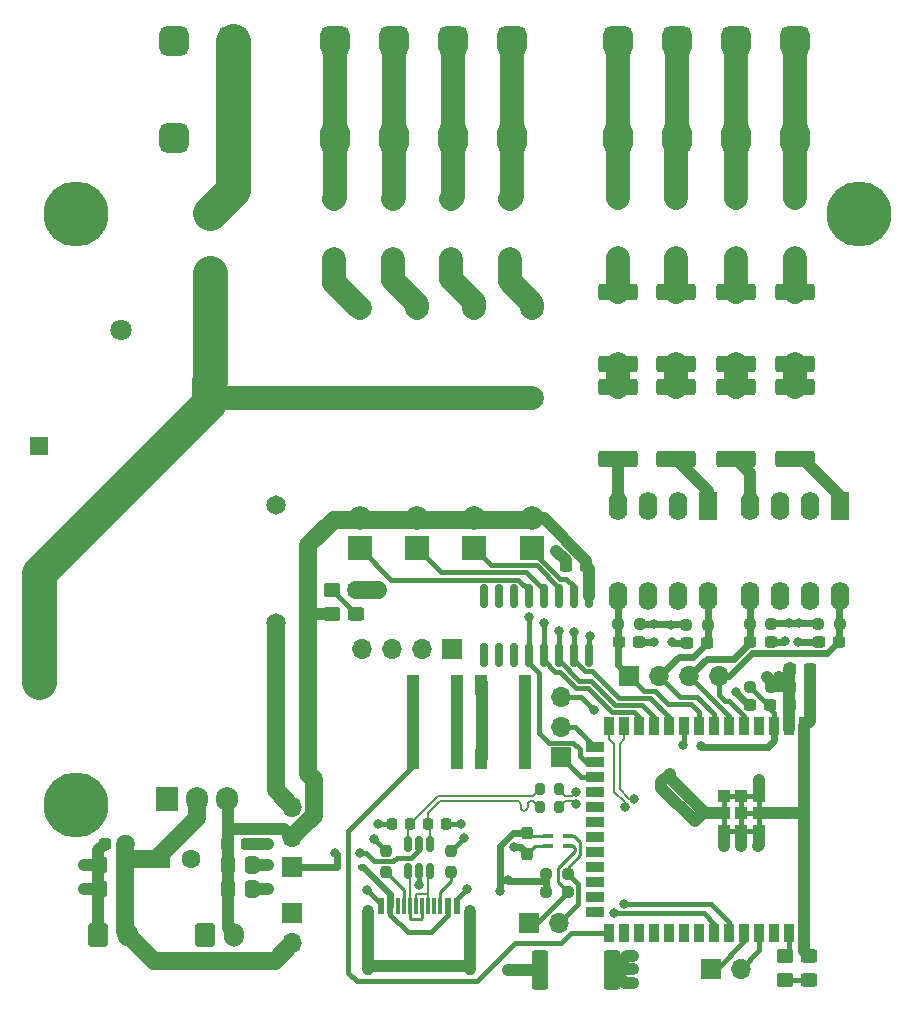
<source format=gtl>
G04 #@! TF.GenerationSoftware,KiCad,Pcbnew,(6.0.7)*
G04 #@! TF.CreationDate,2022-10-04T23:00:27+02:00*
G04 #@! TF.ProjectId,hamodule,68616d6f-6475-46c6-952e-6b696361645f,20221004.21*
G04 #@! TF.SameCoordinates,Original*
G04 #@! TF.FileFunction,Copper,L1,Top*
G04 #@! TF.FilePolarity,Positive*
%FSLAX46Y46*%
G04 Gerber Fmt 4.6, Leading zero omitted, Abs format (unit mm)*
G04 Created by KiCad (PCBNEW (6.0.7)) date 2022-10-04 23:00:27*
%MOMM*%
%LPD*%
G01*
G04 APERTURE LIST*
G04 Aperture macros list*
%AMRoundRect*
0 Rectangle with rounded corners*
0 $1 Rounding radius*
0 $2 $3 $4 $5 $6 $7 $8 $9 X,Y pos of 4 corners*
0 Add a 4 corners polygon primitive as box body*
4,1,4,$2,$3,$4,$5,$6,$7,$8,$9,$2,$3,0*
0 Add four circle primitives for the rounded corners*
1,1,$1+$1,$2,$3*
1,1,$1+$1,$4,$5*
1,1,$1+$1,$6,$7*
1,1,$1+$1,$8,$9*
0 Add four rect primitives between the rounded corners*
20,1,$1+$1,$2,$3,$4,$5,0*
20,1,$1+$1,$4,$5,$6,$7,0*
20,1,$1+$1,$6,$7,$8,$9,0*
20,1,$1+$1,$8,$9,$2,$3,0*%
G04 Aperture macros list end*
G04 #@! TA.AperFunction,SMDPad,CuDef*
%ADD10R,0.600000X0.450000*%
G04 #@! TD*
G04 #@! TA.AperFunction,ComponentPad*
%ADD11R,1.700000X1.700000*%
G04 #@! TD*
G04 #@! TA.AperFunction,ComponentPad*
%ADD12O,1.700000X1.700000*%
G04 #@! TD*
G04 #@! TA.AperFunction,ComponentPad*
%ADD13RoundRect,0.625000X0.625000X0.625000X-0.625000X0.625000X-0.625000X-0.625000X0.625000X-0.625000X0*%
G04 #@! TD*
G04 #@! TA.AperFunction,ComponentPad*
%ADD14RoundRect,0.250000X-0.600000X-0.750000X0.600000X-0.750000X0.600000X0.750000X-0.600000X0.750000X0*%
G04 #@! TD*
G04 #@! TA.AperFunction,ComponentPad*
%ADD15O,1.700000X2.000000*%
G04 #@! TD*
G04 #@! TA.AperFunction,SMDPad,CuDef*
%ADD16R,0.600000X1.450000*%
G04 #@! TD*
G04 #@! TA.AperFunction,SMDPad,CuDef*
%ADD17R,0.300000X1.450000*%
G04 #@! TD*
G04 #@! TA.AperFunction,ComponentPad*
%ADD18O,1.000000X2.100000*%
G04 #@! TD*
G04 #@! TA.AperFunction,ComponentPad*
%ADD19O,1.000000X1.600000*%
G04 #@! TD*
G04 #@! TA.AperFunction,SMDPad,CuDef*
%ADD20RoundRect,0.237500X-0.250000X-0.237500X0.250000X-0.237500X0.250000X0.237500X-0.250000X0.237500X0*%
G04 #@! TD*
G04 #@! TA.AperFunction,SMDPad,CuDef*
%ADD21RoundRect,0.249999X-0.450001X-1.425001X0.450001X-1.425001X0.450001X1.425001X-0.450001X1.425001X0*%
G04 #@! TD*
G04 #@! TA.AperFunction,SMDPad,CuDef*
%ADD22RoundRect,0.237500X0.237500X-0.250000X0.237500X0.250000X-0.237500X0.250000X-0.237500X-0.250000X0*%
G04 #@! TD*
G04 #@! TA.AperFunction,SMDPad,CuDef*
%ADD23RoundRect,0.200000X0.200000X0.275000X-0.200000X0.275000X-0.200000X-0.275000X0.200000X-0.275000X0*%
G04 #@! TD*
G04 #@! TA.AperFunction,SMDPad,CuDef*
%ADD24RoundRect,0.150000X0.150000X-0.512500X0.150000X0.512500X-0.150000X0.512500X-0.150000X-0.512500X0*%
G04 #@! TD*
G04 #@! TA.AperFunction,SMDPad,CuDef*
%ADD25RoundRect,0.150000X0.150000X-0.825000X0.150000X0.825000X-0.150000X0.825000X-0.150000X-0.825000X0*%
G04 #@! TD*
G04 #@! TA.AperFunction,SMDPad,CuDef*
%ADD26RoundRect,0.249999X-1.425001X0.450001X-1.425001X-0.450001X1.425001X-0.450001X1.425001X0.450001X0*%
G04 #@! TD*
G04 #@! TA.AperFunction,ComponentPad*
%ADD27C,1.800000*%
G04 #@! TD*
G04 #@! TA.AperFunction,SMDPad,CuDef*
%ADD28RoundRect,0.250000X-0.450000X0.325000X-0.450000X-0.325000X0.450000X-0.325000X0.450000X0.325000X0*%
G04 #@! TD*
G04 #@! TA.AperFunction,SMDPad,CuDef*
%ADD29RoundRect,0.250000X-0.450000X0.350000X-0.450000X-0.350000X0.450000X-0.350000X0.450000X0.350000X0*%
G04 #@! TD*
G04 #@! TA.AperFunction,SMDPad,CuDef*
%ADD30RoundRect,0.237500X0.300000X0.237500X-0.300000X0.237500X-0.300000X-0.237500X0.300000X-0.237500X0*%
G04 #@! TD*
G04 #@! TA.AperFunction,SMDPad,CuDef*
%ADD31RoundRect,0.250000X-0.337500X-0.475000X0.337500X-0.475000X0.337500X0.475000X-0.337500X0.475000X0*%
G04 #@! TD*
G04 #@! TA.AperFunction,ComponentPad*
%ADD32R,1.650000X1.650000*%
G04 #@! TD*
G04 #@! TA.AperFunction,ComponentPad*
%ADD33C,1.650000*%
G04 #@! TD*
G04 #@! TA.AperFunction,ComponentPad*
%ADD34R,1.905000X2.000000*%
G04 #@! TD*
G04 #@! TA.AperFunction,ComponentPad*
%ADD35O,1.905000X2.000000*%
G04 #@! TD*
G04 #@! TA.AperFunction,ComponentPad*
%ADD36C,2.000000*%
G04 #@! TD*
G04 #@! TA.AperFunction,ComponentPad*
%ADD37C,5.500000*%
G04 #@! TD*
G04 #@! TA.AperFunction,ComponentPad*
%ADD38O,1.600000X2.400000*%
G04 #@! TD*
G04 #@! TA.AperFunction,ComponentPad*
%ADD39R,1.600000X2.400000*%
G04 #@! TD*
G04 #@! TA.AperFunction,SMDPad,CuDef*
%ADD40RoundRect,0.237500X-0.300000X-0.237500X0.300000X-0.237500X0.300000X0.237500X-0.300000X0.237500X0*%
G04 #@! TD*
G04 #@! TA.AperFunction,SMDPad,CuDef*
%ADD41R,1.100000X1.800000*%
G04 #@! TD*
G04 #@! TA.AperFunction,SMDPad,CuDef*
%ADD42RoundRect,0.237500X-0.237500X0.300000X-0.237500X-0.300000X0.237500X-0.300000X0.237500X0.300000X0*%
G04 #@! TD*
G04 #@! TA.AperFunction,SMDPad,CuDef*
%ADD43RoundRect,0.225000X-0.225000X-0.250000X0.225000X-0.250000X0.225000X0.250000X-0.225000X0.250000X0*%
G04 #@! TD*
G04 #@! TA.AperFunction,SMDPad,CuDef*
%ADD44R,0.900000X1.500000*%
G04 #@! TD*
G04 #@! TA.AperFunction,SMDPad,CuDef*
%ADD45R,1.500000X0.900000*%
G04 #@! TD*
G04 #@! TA.AperFunction,SMDPad,CuDef*
%ADD46R,1.000000X1.000000*%
G04 #@! TD*
G04 #@! TA.AperFunction,SMDPad,CuDef*
%ADD47RoundRect,0.250000X0.337500X0.475000X-0.337500X0.475000X-0.337500X-0.475000X0.337500X-0.475000X0*%
G04 #@! TD*
G04 #@! TA.AperFunction,ComponentPad*
%ADD48R,2.000000X2.000000*%
G04 #@! TD*
G04 #@! TA.AperFunction,SMDPad,CuDef*
%ADD49R,0.820000X0.304800*%
G04 #@! TD*
G04 #@! TA.AperFunction,SMDPad,CuDef*
%ADD50R,0.820000X0.308800*%
G04 #@! TD*
G04 #@! TA.AperFunction,ComponentPad*
%ADD51R,1.600000X1.600000*%
G04 #@! TD*
G04 #@! TA.AperFunction,ComponentPad*
%ADD52C,1.600000*%
G04 #@! TD*
G04 #@! TA.AperFunction,SMDPad,CuDef*
%ADD53RoundRect,0.250000X0.450000X-0.350000X0.450000X0.350000X-0.450000X0.350000X-0.450000X-0.350000X0*%
G04 #@! TD*
G04 #@! TA.AperFunction,ViaPad*
%ADD54C,0.800000*%
G04 #@! TD*
G04 #@! TA.AperFunction,Conductor*
%ADD55C,0.400000*%
G04 #@! TD*
G04 #@! TA.AperFunction,Conductor*
%ADD56C,0.600000*%
G04 #@! TD*
G04 #@! TA.AperFunction,Conductor*
%ADD57C,3.000000*%
G04 #@! TD*
G04 #@! TA.AperFunction,Conductor*
%ADD58C,2.000000*%
G04 #@! TD*
G04 #@! TA.AperFunction,Conductor*
%ADD59C,1.500000*%
G04 #@! TD*
G04 #@! TA.AperFunction,Conductor*
%ADD60C,1.000000*%
G04 #@! TD*
G04 #@! TA.AperFunction,Conductor*
%ADD61C,0.250000*%
G04 #@! TD*
G04 #@! TA.AperFunction,Conductor*
%ADD62C,0.200000*%
G04 #@! TD*
G04 #@! TA.AperFunction,Conductor*
%ADD63C,0.350000*%
G04 #@! TD*
G04 APERTURE END LIST*
D10*
X62100000Y-104500000D03*
X60000000Y-104500000D03*
D11*
X76325000Y-109200000D03*
D12*
X78865000Y-109200000D03*
D13*
X51203100Y-42782099D03*
X51203100Y-34582100D03*
X46203100Y-42782099D03*
X46203100Y-34582100D03*
D14*
X39835000Y-110219000D03*
D15*
X42335000Y-110219000D03*
D11*
X79000000Y-95200000D03*
D12*
X79000000Y-92660000D03*
X79000000Y-90120000D03*
D16*
X63726000Y-107760900D03*
X64526000Y-107760900D03*
D17*
X65726000Y-107760900D03*
X66726000Y-107760900D03*
X67226000Y-107760900D03*
X68226000Y-107760900D03*
D16*
X69426000Y-107760900D03*
X70226000Y-107760900D03*
X70226000Y-107760900D03*
X69426000Y-107760900D03*
D17*
X68726000Y-107760900D03*
X67726000Y-107760900D03*
X66226000Y-107760900D03*
X65226000Y-107760900D03*
D16*
X64526000Y-107760900D03*
X63726000Y-107760900D03*
D18*
X71296000Y-108675900D03*
D19*
X62656000Y-112855900D03*
D18*
X62656000Y-108675900D03*
D19*
X71296000Y-112855900D03*
D11*
X69787000Y-85979000D03*
D12*
X67247000Y-85979000D03*
X64707000Y-85979000D03*
X62167000Y-85979000D03*
D13*
X74849500Y-42758500D03*
X74849500Y-34558501D03*
X69849500Y-42758500D03*
X69849500Y-34558501D03*
X64849500Y-42758500D03*
X64849500Y-34558501D03*
X59849500Y-42758500D03*
X59849500Y-34558501D03*
D20*
X77729100Y-106566600D03*
X79554100Y-106566600D03*
X77729100Y-105042600D03*
X79554100Y-105042600D03*
D21*
X77250000Y-113200000D03*
X83350000Y-113200000D03*
D22*
X64210000Y-104912500D03*
X64210000Y-103087500D03*
D23*
X78825000Y-99385000D03*
X77175000Y-99385000D03*
X77175000Y-97910000D03*
X78825000Y-97910000D03*
D20*
X94987600Y-83896200D03*
X96812600Y-83896200D03*
X100778800Y-83896200D03*
X102603800Y-83896200D03*
D24*
X66030000Y-104797500D03*
X66980000Y-104797500D03*
X67930000Y-104797500D03*
X67930000Y-102522500D03*
X66980000Y-102522500D03*
X66030000Y-102522500D03*
D25*
X72454000Y-86484000D03*
X73724000Y-86484000D03*
X74994000Y-86484000D03*
X76264000Y-86484000D03*
X77534000Y-86484000D03*
X78804000Y-86484000D03*
X80074000Y-86484000D03*
X81344000Y-86484000D03*
X81344000Y-81534000D03*
X80074000Y-81534000D03*
X78804000Y-81534000D03*
X77534000Y-81534000D03*
X76264000Y-81534000D03*
X74994000Y-81534000D03*
X73724000Y-81534000D03*
X72454000Y-81534000D03*
D26*
X93802700Y-55791100D03*
X93802700Y-61891100D03*
X98831900Y-55791100D03*
X98831900Y-61891100D03*
D11*
X56261500Y-108343700D03*
D12*
X56261500Y-110883700D03*
D26*
X83820500Y-61891100D03*
X83820500Y-55791100D03*
X88773500Y-61891100D03*
X88773500Y-55791100D03*
D27*
X41703800Y-59011450D03*
X49203800Y-60644780D03*
D26*
X88773500Y-69942900D03*
X88773500Y-63842900D03*
X83820500Y-69942900D03*
X83820500Y-63842900D03*
D28*
X61659000Y-83058000D03*
X61659000Y-81008000D03*
D29*
X59576200Y-83026000D03*
X59576200Y-81026000D03*
D14*
X48832000Y-110219000D03*
D15*
X51332000Y-110219000D03*
D30*
X42137500Y-102489000D03*
X40412500Y-102489000D03*
D31*
X50778500Y-106299000D03*
X52853500Y-106299000D03*
D30*
X81126500Y-78994000D03*
X79401500Y-78994000D03*
D32*
X34839100Y-68805000D03*
D33*
X34839100Y-88805000D03*
X54839100Y-83805000D03*
X54839100Y-73805000D03*
D34*
X45657000Y-98679000D03*
D35*
X48197000Y-98679000D03*
X50737000Y-98679000D03*
D13*
X98809500Y-42718499D03*
X98809500Y-34518500D03*
X93809500Y-42718499D03*
X93809500Y-34518500D03*
X88809500Y-42718499D03*
X88809500Y-34518500D03*
X83809500Y-42718499D03*
X83809500Y-34518500D03*
D36*
X49249500Y-49088500D03*
X49239500Y-54168500D03*
D37*
X104267500Y-49212500D03*
X37973500Y-49212500D03*
D26*
X98831900Y-69942900D03*
X98831900Y-63842900D03*
D38*
X91454274Y-81543320D03*
X88914274Y-81543320D03*
X86374274Y-81543320D03*
X83834274Y-81543320D03*
X83834274Y-73923320D03*
X86374274Y-73923320D03*
X88914274Y-73923320D03*
D39*
X91454274Y-73923320D03*
D38*
X102630274Y-81543320D03*
X100090274Y-81543320D03*
X97550274Y-81543320D03*
X95010274Y-81543320D03*
X95010274Y-73923320D03*
X97550274Y-73923320D03*
X100090274Y-73923320D03*
D39*
X102630274Y-73923320D03*
D26*
X93802700Y-69942900D03*
X93802700Y-63842900D03*
D20*
X94959000Y-89217500D03*
X96784000Y-89217500D03*
D40*
X98362000Y-87677000D03*
X100087000Y-87677000D03*
D30*
X96721500Y-90741500D03*
X94996500Y-90741500D03*
D41*
X72255000Y-95302000D03*
X72255000Y-89102000D03*
X75955000Y-89102000D03*
X75955000Y-95302000D03*
X66450000Y-89102000D03*
X66450000Y-95302000D03*
X70150000Y-95302000D03*
X70150000Y-89102000D03*
D11*
X84783000Y-88341600D03*
D12*
X87323000Y-88341600D03*
X89863000Y-88341600D03*
X92403000Y-88341600D03*
D11*
X91720000Y-113080000D03*
D12*
X94260000Y-113080000D03*
D40*
X100076500Y-90741500D03*
X98351500Y-90741500D03*
D11*
X56261500Y-104470200D03*
D12*
X56261500Y-101930200D03*
X56261500Y-99390200D03*
D42*
X76156500Y-101624200D03*
X76156500Y-103349200D03*
D22*
X69690000Y-103087500D03*
X69690000Y-104912500D03*
D43*
X66205000Y-100820000D03*
X64655000Y-100820000D03*
D27*
X88773500Y-52895500D03*
X88773500Y-47815500D03*
D20*
X85685500Y-83896200D03*
X83860500Y-83896200D03*
D44*
X99610000Y-92550000D03*
X98340000Y-92550000D03*
X97070000Y-92550000D03*
X95800000Y-92550000D03*
X94530000Y-92550000D03*
X93260000Y-92550000D03*
X91990000Y-92550000D03*
X90720000Y-92550000D03*
X89450000Y-92550000D03*
X88180000Y-92550000D03*
X86910000Y-92550000D03*
X85640000Y-92550000D03*
X84370000Y-92550000D03*
X83100000Y-92550000D03*
D45*
X81850000Y-94315000D03*
X81850000Y-95585000D03*
X81850000Y-96855000D03*
X81850000Y-98125000D03*
X81850000Y-99395000D03*
X81850000Y-100665000D03*
X81850000Y-101935000D03*
X81850000Y-103205000D03*
X81850000Y-104475000D03*
X81850000Y-105745000D03*
X81850000Y-107015000D03*
X81850000Y-108285000D03*
D44*
X83100000Y-110050000D03*
X84370000Y-110050000D03*
X85640000Y-110050000D03*
X86910000Y-110050000D03*
X88180000Y-110050000D03*
X89450000Y-110050000D03*
X90720000Y-110050000D03*
X91990000Y-110050000D03*
X93260000Y-110050000D03*
X94530000Y-110050000D03*
X95800000Y-110050000D03*
X97070000Y-110050000D03*
X98340000Y-110050000D03*
X99610000Y-110050000D03*
D46*
X92760000Y-98440000D03*
X95760000Y-99940000D03*
X95760000Y-98440000D03*
X92760000Y-99940000D03*
X95760000Y-101440000D03*
X94260000Y-101440000D03*
X92760000Y-101440000D03*
X94260000Y-99940000D03*
X94260000Y-98440000D03*
D27*
X98831900Y-52895500D03*
X98831900Y-47815500D03*
D28*
X100013000Y-114072500D03*
X100013000Y-112022500D03*
D27*
X74690000Y-52959000D03*
X74690000Y-47879000D03*
D47*
X42058500Y-104267000D03*
X39983500Y-104267000D03*
D40*
X95034600Y-85420200D03*
X96759600Y-85420200D03*
X89652000Y-85521800D03*
X91377000Y-85521800D03*
X52424500Y-102489000D03*
X50699500Y-102489000D03*
D27*
X93802700Y-52895500D03*
X93802700Y-47815500D03*
D30*
X102550800Y-85420200D03*
X100825800Y-85420200D03*
D48*
X61976000Y-77470000D03*
D36*
X61976000Y-74930000D03*
X61976000Y-64770000D03*
X61976000Y-57150000D03*
D48*
X66802000Y-77470000D03*
D36*
X66802000Y-74930000D03*
X66802000Y-64770000D03*
X66802000Y-57150000D03*
D27*
X64770000Y-52959000D03*
X64770000Y-47879000D03*
D48*
X76581000Y-77470000D03*
D36*
X76581000Y-74930000D03*
X76581000Y-64770000D03*
X76581000Y-57150000D03*
D49*
X79620000Y-102700000D03*
D50*
X79620000Y-101889200D03*
X77900000Y-101889200D03*
D49*
X77900000Y-102700000D03*
D48*
X71628000Y-77470000D03*
D36*
X71628000Y-74930000D03*
X71628000Y-64770000D03*
X71628000Y-57150000D03*
D43*
X69295000Y-100820000D03*
X67745000Y-100820000D03*
D47*
X42058500Y-106299000D03*
X39983500Y-106299000D03*
D51*
X45149000Y-103759000D03*
D52*
X47649000Y-103759000D03*
D27*
X83795100Y-52895500D03*
X83795100Y-47815500D03*
D40*
X98362000Y-89217500D03*
X100087000Y-89217500D03*
D31*
X50778500Y-104267000D03*
X52853500Y-104267000D03*
D20*
X91425900Y-83947000D03*
X89600900Y-83947000D03*
D27*
X59817000Y-52959000D03*
X59817000Y-47879000D03*
D53*
X97981000Y-112047500D03*
X97981000Y-114047500D03*
D37*
X37973500Y-99212500D03*
D40*
X83909400Y-85420200D03*
X85634400Y-85420200D03*
D27*
X69690000Y-52959000D03*
X69690000Y-47879000D03*
D54*
X59900000Y-103300000D03*
X62000000Y-103300000D03*
X73800000Y-106500000D03*
X96457000Y-88392000D03*
X97434900Y-88392000D03*
X98374700Y-88392000D03*
X74500000Y-105600000D03*
X76264000Y-83312000D03*
X77534000Y-83820000D03*
X78804000Y-84455000D03*
X80074000Y-84582000D03*
X72269500Y-92170500D03*
X72269500Y-91230500D03*
X90850000Y-94200000D03*
X95700000Y-102700000D03*
X91100000Y-99800000D03*
X100063800Y-88392000D03*
X88329000Y-83947000D03*
X54229000Y-104267000D03*
X86906600Y-83896200D03*
X99149400Y-83845400D03*
X100087000Y-89916000D03*
X63500000Y-100800000D03*
X98285800Y-83845400D03*
X93790000Y-89662000D03*
X63200000Y-102100000D03*
X70500000Y-100800000D03*
X94200000Y-102700000D03*
X75000000Y-102800000D03*
X54229000Y-102489000D03*
X38608000Y-106299000D03*
X88430600Y-85420200D03*
X38608000Y-104267000D03*
X66995998Y-106036400D03*
X95800000Y-97100000D03*
X63487800Y-81026000D03*
X85100000Y-112000000D03*
X85100000Y-113100000D03*
X99100000Y-85400000D03*
X97981000Y-85344000D03*
X90300000Y-100600000D03*
X54229000Y-106299000D03*
X70800000Y-102000000D03*
X81423511Y-84883489D03*
X62600000Y-106440000D03*
X88200000Y-96600000D03*
X86906600Y-85420200D03*
X75883000Y-90932000D03*
X85100000Y-114300000D03*
X71070000Y-106370000D03*
X70150000Y-91250000D03*
X78613000Y-77724000D03*
X87500000Y-97300000D03*
X75969500Y-93395800D03*
X92800000Y-102700000D03*
X70150000Y-93250000D03*
X84357066Y-107600500D03*
X83500000Y-108400000D03*
X74500000Y-113200000D03*
X81800000Y-91200000D03*
X89360000Y-94170000D03*
X84408768Y-99421232D03*
X80223958Y-99172500D03*
X80223958Y-98122500D03*
X85151232Y-98678768D03*
D55*
X66000000Y-110000000D02*
X67850000Y-110000000D01*
X67970000Y-110000000D02*
X67850000Y-110000000D01*
D56*
X60000000Y-103400000D02*
X59900000Y-103300000D01*
X60000000Y-104500000D02*
X60000000Y-103400000D01*
X56291300Y-104500000D02*
X56261500Y-104470200D01*
X60000000Y-104500000D02*
X56291300Y-104500000D01*
X62267017Y-104500000D02*
X62100000Y-104500000D01*
X64526000Y-106758983D02*
X62267017Y-104500000D01*
X64526000Y-107760900D02*
X64526000Y-106758983D01*
D55*
X62500000Y-103300000D02*
X62000000Y-103300000D01*
X63200000Y-104000000D02*
X62500000Y-103300000D01*
X64800000Y-104000000D02*
X63200000Y-104000000D01*
X65100000Y-103700000D02*
X64800000Y-104000000D01*
X66300000Y-103700000D02*
X65100000Y-103700000D01*
X66980000Y-103020000D02*
X66300000Y-103700000D01*
X66980000Y-102522500D02*
X66980000Y-103020000D01*
D57*
X34839100Y-88805000D02*
X34839100Y-79575700D01*
X49203800Y-65211000D02*
X49203800Y-63363800D01*
D58*
X49644800Y-64770000D02*
X76581000Y-64770000D01*
D57*
X49203800Y-63363800D02*
X49239500Y-63328100D01*
X49239500Y-63328100D02*
X49239500Y-54168500D01*
X34839100Y-79575700D02*
X49203800Y-65211000D01*
D59*
X49203800Y-65211000D02*
X49644800Y-64770000D01*
D60*
X50778500Y-104267000D02*
X50778500Y-109665500D01*
D59*
X59754000Y-75057000D02*
X61976000Y-75057000D01*
D60*
X57881000Y-83026000D02*
X57595000Y-83312000D01*
D59*
X57595000Y-77216000D02*
X59754000Y-75057000D01*
D60*
X50778500Y-101240500D02*
X55571800Y-101240500D01*
X50778500Y-104267000D02*
X50778500Y-101240500D01*
X81344000Y-79211500D02*
X81126500Y-78994000D01*
X55571800Y-101240500D02*
X56261500Y-101930200D01*
D59*
X58061011Y-97062211D02*
X57595000Y-96596200D01*
D60*
X81344000Y-81534000D02*
X81344000Y-79211500D01*
D59*
X61976000Y-75057000D02*
X76581000Y-75057000D01*
D60*
X50778500Y-109665500D02*
X51332000Y-110219000D01*
X81126500Y-78994000D02*
X81126500Y-78541122D01*
D59*
X58061011Y-100135583D02*
X58061011Y-97062211D01*
X57349797Y-100846797D02*
X58061011Y-100135583D01*
D60*
X81126500Y-78541122D02*
X77515378Y-74930000D01*
D59*
X56261500Y-101930200D02*
X57344903Y-100846797D01*
D60*
X50778500Y-98720500D02*
X50737000Y-98679000D01*
D59*
X57595000Y-83312000D02*
X57595000Y-77216000D01*
D60*
X50778500Y-101240500D02*
X50778500Y-98720500D01*
X59576200Y-83026000D02*
X57881000Y-83026000D01*
D59*
X57595000Y-96596200D02*
X57595000Y-83312000D01*
X57344903Y-100846797D02*
X57349797Y-100846797D01*
D60*
X77515378Y-74930000D02*
X76581000Y-74930000D01*
X96784000Y-88719000D02*
X96457000Y-88392000D01*
D56*
X73800000Y-102727207D02*
X74903007Y-101624200D01*
D60*
X97473000Y-89154000D02*
X96847500Y-89154000D01*
D56*
X73900000Y-105600000D02*
X73800000Y-105700000D01*
X74529100Y-105629100D02*
X77729100Y-105629100D01*
D60*
X98362000Y-89154000D02*
X97473000Y-89154000D01*
D61*
X76421500Y-101889200D02*
X76156500Y-101624200D01*
D56*
X77729100Y-105042600D02*
X77729100Y-105629100D01*
X74500000Y-105600000D02*
X73900000Y-105600000D01*
D61*
X77696500Y-101889200D02*
X76421500Y-101889200D01*
D60*
X96784000Y-89217500D02*
X96784000Y-88719000D01*
X98298500Y-92791500D02*
X98298500Y-87693500D01*
X97473000Y-88430100D02*
X97434900Y-88392000D01*
D56*
X74500000Y-105600000D02*
X74529100Y-105629100D01*
X73800000Y-105700000D02*
X73800000Y-102727207D01*
D60*
X96847500Y-89154000D02*
X96784000Y-89217500D01*
X98298500Y-87693500D02*
X98362000Y-87630000D01*
D56*
X73800000Y-106500000D02*
X73800000Y-105700000D01*
D60*
X97473000Y-89154000D02*
X97473000Y-88430100D01*
D56*
X76156500Y-101624200D02*
X74903007Y-101624200D01*
X77729100Y-105629100D02*
X77729100Y-106566600D01*
D58*
X98809500Y-42718499D02*
X98809500Y-47793100D01*
X98809500Y-47793100D02*
X98831900Y-47815500D01*
X98809500Y-42718499D02*
X98809500Y-34518500D01*
X93809500Y-47808700D02*
X93802700Y-47815500D01*
X93809500Y-34518500D02*
X93809500Y-42718499D01*
X93809500Y-42718499D02*
X93809500Y-47808700D01*
X88809500Y-42718499D02*
X88809500Y-34518500D01*
X88773500Y-42754499D02*
X88809500Y-42718499D01*
X88773500Y-47815500D02*
X88773500Y-42754499D01*
X83809500Y-34518500D02*
X83809500Y-42718499D01*
X83809500Y-47801100D02*
X83795100Y-47815500D01*
X83809500Y-42718499D02*
X83809500Y-47801100D01*
X76581000Y-56769000D02*
X74690000Y-54878000D01*
X76581000Y-57150000D02*
X76581000Y-56769000D01*
X74690000Y-54878000D02*
X74690000Y-52959000D01*
X69690000Y-54707932D02*
X69690000Y-52959000D01*
X71628000Y-56645932D02*
X69690000Y-54707932D01*
X71628000Y-57150000D02*
X71628000Y-56645932D01*
X64770000Y-54737000D02*
X64770000Y-52959000D01*
X66802000Y-57150000D02*
X66802000Y-56769000D01*
X66802000Y-56769000D02*
X64770000Y-54737000D01*
X59817000Y-52959000D02*
X59817000Y-54991000D01*
X59817000Y-54991000D02*
X61976000Y-57150000D01*
D55*
X64643000Y-80137000D02*
X61976000Y-77470000D01*
X75349138Y-80137000D02*
X64643000Y-80137000D01*
X76264000Y-81051862D02*
X75349138Y-80137000D01*
X76264000Y-81534000D02*
X76264000Y-81051862D01*
X68869480Y-79537480D02*
X75410480Y-79537480D01*
X76019618Y-79537480D02*
X75410480Y-79537480D01*
X77534000Y-81534000D02*
X77534000Y-81051862D01*
X66802000Y-77470000D02*
X68869480Y-79537480D01*
X77534000Y-81051862D02*
X76019618Y-79537480D01*
X71628000Y-77470000D02*
X73095960Y-78937960D01*
X78804000Y-81534000D02*
X78804000Y-80813150D01*
X76928810Y-78937960D02*
X73095960Y-78937960D01*
X78804000Y-80813150D02*
X76928810Y-78937960D01*
X79439000Y-80051150D02*
X80074000Y-80686150D01*
X76581000Y-77470000D02*
X76581000Y-77742300D01*
X80074000Y-80686150D02*
X80074000Y-81407000D01*
X78889850Y-80051150D02*
X79439000Y-80051150D01*
X76581000Y-77742300D02*
X78889850Y-80051150D01*
X86964983Y-89591111D02*
X86032511Y-89591111D01*
D56*
X83834274Y-87392874D02*
X84783000Y-88341600D01*
D55*
X90030800Y-90678000D02*
X88051872Y-90678000D01*
X90716600Y-91363800D02*
X90030800Y-90678000D01*
X88051872Y-90678000D02*
X86964983Y-89591111D01*
D56*
X83834274Y-81543320D02*
X83834274Y-87392874D01*
D55*
X86032511Y-89591111D02*
X84783000Y-88341600D01*
X90716600Y-92753400D02*
X90716600Y-91363800D01*
D56*
X91377000Y-85521800D02*
X90208600Y-86690200D01*
X91454274Y-85444526D02*
X91377000Y-85521800D01*
X91454274Y-81543320D02*
X91454274Y-85444526D01*
X88974400Y-86690200D02*
X87323000Y-88341600D01*
X90208600Y-86690200D02*
X88974400Y-86690200D01*
D55*
X90523480Y-90078480D02*
X91948500Y-91503500D01*
X90523480Y-90078480D02*
X89059880Y-90078480D01*
X87323000Y-88341600D02*
X89059880Y-90078480D01*
X91948500Y-92791500D02*
X91948500Y-91503500D01*
X93240800Y-91719400D02*
X93256600Y-91719400D01*
D56*
X89863000Y-88341600D02*
X91362000Y-86842600D01*
D55*
X93256600Y-91719400D02*
X93256600Y-92753400D01*
D56*
X91362000Y-86842600D02*
X93612200Y-86842600D01*
X95034600Y-81567646D02*
X95010274Y-81543320D01*
X95034600Y-85420200D02*
X95034600Y-81567646D01*
D55*
X89863000Y-88341600D02*
X93240800Y-91719400D01*
D56*
X93612200Y-86842600D02*
X95034600Y-85420200D01*
X95190772Y-86394720D02*
X101525480Y-86394720D01*
X101525480Y-86394720D02*
X102550800Y-85369400D01*
X92403000Y-88341600D02*
X93243892Y-88341600D01*
D55*
X93254361Y-90438422D02*
X94530000Y-91714061D01*
X92901000Y-90438422D02*
X92901000Y-90424000D01*
X92901000Y-90424000D02*
X92403000Y-89926000D01*
X92403000Y-89926000D02*
X92403000Y-88341600D01*
D56*
X93243892Y-88341600D02*
X95190772Y-86394720D01*
D55*
X92901000Y-90438422D02*
X93254361Y-90438422D01*
D56*
X102550800Y-81622794D02*
X102630274Y-81543320D01*
D55*
X94530000Y-91714061D02*
X94530000Y-92550000D01*
D56*
X102550800Y-85369400D02*
X102550800Y-81622794D01*
D55*
X77153000Y-93147000D02*
X77153000Y-88050978D01*
X76264000Y-87161978D02*
X76264000Y-86484000D01*
X80047000Y-93947000D02*
X77953000Y-93947000D01*
X81120000Y-95585000D02*
X80600000Y-95065000D01*
X77153000Y-88050978D02*
X76264000Y-87161978D01*
X76264000Y-83312000D02*
X76264000Y-86484000D01*
X80600000Y-95065000D02*
X80600000Y-94500000D01*
X81850000Y-95585000D02*
X81120000Y-95585000D01*
X77953000Y-93947000D02*
X77153000Y-93147000D01*
X80600000Y-94500000D02*
X80047000Y-93947000D01*
X78522856Y-87955673D02*
X78944329Y-87955673D01*
X81251472Y-89300000D02*
X83291989Y-91340517D01*
X77534000Y-86966817D02*
X78522856Y-87955673D01*
X85598500Y-91812478D02*
X85598500Y-92791500D01*
X78944329Y-87955673D02*
X80288655Y-89300000D01*
X77534000Y-86484000D02*
X77534000Y-86966817D01*
X85178011Y-91391989D02*
X85598500Y-91812478D01*
X77534000Y-83820000D02*
X77534000Y-86484000D01*
X83291989Y-91391989D02*
X85178011Y-91391989D01*
X83291989Y-91340517D02*
X83291989Y-91391989D01*
X80288655Y-89300000D02*
X81251472Y-89300000D01*
X85848491Y-90792469D02*
X86868500Y-91812478D01*
X83592469Y-90792469D02*
X85848491Y-90792469D01*
X86868500Y-91812478D02*
X86868500Y-92791500D01*
X78804000Y-86484000D02*
X78804000Y-86966817D01*
X80537183Y-88700000D02*
X81500000Y-88700000D01*
X81500000Y-88700000D02*
X83592469Y-90792469D01*
X78804000Y-86966817D02*
X80537183Y-88700000D01*
X78804000Y-84455000D02*
X78804000Y-86484000D01*
X80074000Y-84582000D02*
X80074000Y-86484000D01*
X88138500Y-91812478D02*
X88138500Y-92791500D01*
X81007183Y-87900000D02*
X81600000Y-87900000D01*
X80074000Y-86966817D02*
X81007183Y-87900000D01*
X86518971Y-90192949D02*
X88138500Y-91812478D01*
X83892949Y-90192949D02*
X86518971Y-90192949D01*
X81600000Y-87900000D02*
X83892949Y-90192949D01*
X80074000Y-86484000D02*
X80074000Y-86966817D01*
D57*
X51203100Y-47134900D02*
X49249500Y-49088500D01*
X51203100Y-42782099D02*
X51203100Y-47134900D01*
X51203100Y-34582100D02*
X51203100Y-42782099D01*
D55*
X96721500Y-91133000D02*
X97028500Y-91440000D01*
D60*
X72269500Y-92170500D02*
X72269500Y-95287500D01*
D56*
X97028500Y-92791500D02*
X97028500Y-93749500D01*
D55*
X96520500Y-90741500D02*
X94996500Y-89217500D01*
D60*
X72269500Y-95287500D02*
X72255000Y-95302000D01*
D56*
X96486989Y-94291011D02*
X90941011Y-94291011D01*
X90941011Y-94291011D02*
X90850000Y-94200000D01*
D55*
X96721500Y-90741500D02*
X96721500Y-91133000D01*
X97028500Y-91440000D02*
X97028500Y-92791500D01*
D56*
X97028500Y-93749500D02*
X96486989Y-94291011D01*
D60*
X72269500Y-91230500D02*
X72269500Y-92170500D01*
X72269500Y-88905000D02*
X72269500Y-91230500D01*
D62*
X68788896Y-98872501D02*
X67745000Y-99916397D01*
X75572501Y-99428562D02*
X75572501Y-99172501D01*
X76662501Y-98872501D02*
X76472501Y-98872501D01*
X76172501Y-99172501D02*
X76172501Y-99428562D01*
X73611711Y-98872501D02*
X68788896Y-98872501D01*
X77175000Y-99385000D02*
X76662501Y-98872501D01*
X75272501Y-98872501D02*
X73611711Y-98872501D01*
X67745000Y-99916397D02*
X67745000Y-100820000D01*
X67930000Y-102522500D02*
X67930000Y-101005000D01*
X67930000Y-101005000D02*
X67745000Y-100820000D01*
X76172501Y-99172501D02*
G75*
G02*
X76472501Y-98872501I299999J1D01*
G01*
X75872501Y-99728601D02*
G75*
G03*
X76172501Y-99428562I-1J300001D01*
G01*
X75272501Y-98872499D02*
G75*
G02*
X75572501Y-99172501I-1J-300001D01*
G01*
X75572538Y-99428562D02*
G75*
G03*
X75872501Y-99728562I299962J-38D01*
G01*
X68602501Y-98422499D02*
X76662501Y-98422499D01*
X66030000Y-100995000D02*
X66205000Y-100820000D01*
X66030000Y-102522500D02*
X66030000Y-100995000D01*
X76662501Y-98422499D02*
X77175000Y-97910000D01*
X66205000Y-100820000D02*
X68602501Y-98422499D01*
D55*
X75120000Y-110900000D02*
X71860000Y-114160000D01*
X78985001Y-110900000D02*
X75120000Y-110900000D01*
X71860000Y-114160000D02*
X61700000Y-114160000D01*
X61700000Y-114160000D02*
X60990000Y-113450000D01*
X60990000Y-101410000D02*
X66450000Y-95950000D01*
X83100000Y-110050000D02*
X79835001Y-110050000D01*
X66450000Y-95950000D02*
X66450000Y-95302000D01*
D60*
X66450000Y-89102000D02*
X66450000Y-90970000D01*
D55*
X79835001Y-110050000D02*
X78985001Y-110900000D01*
D60*
X66450000Y-90970000D02*
X66450000Y-93130000D01*
X66450000Y-95302000D02*
X66450000Y-93130000D01*
D55*
X60990000Y-113450000D02*
X60990000Y-101410000D01*
X92230000Y-113080000D02*
X91720000Y-113080000D01*
X94530000Y-110050000D02*
X94530000Y-110780000D01*
X94530000Y-110780000D02*
X92230000Y-113080000D01*
X95800000Y-111540000D02*
X95800000Y-110050000D01*
X94260000Y-113080000D02*
X95800000Y-111540000D01*
X69426000Y-107760900D02*
X69426000Y-108544000D01*
X64526000Y-107760900D02*
X64526000Y-108526000D01*
X64526000Y-108526000D02*
X66000000Y-110000000D01*
X69426000Y-108544000D02*
X67970000Y-110000000D01*
D60*
X52424500Y-102489000D02*
X54229000Y-102489000D01*
X91240000Y-99940000D02*
X91100000Y-99800000D01*
D55*
X70480000Y-100820000D02*
X70500000Y-100800000D01*
X70226000Y-107214000D02*
X71070000Y-106370000D01*
X81344000Y-86484000D02*
X81344000Y-84963000D01*
D56*
X97904800Y-85420200D02*
X97981000Y-85344000D01*
D55*
X95760000Y-101440000D02*
X95760000Y-98440000D01*
D56*
X93790000Y-89662000D02*
X94869500Y-90741500D01*
D55*
X64655000Y-100820000D02*
X63520000Y-100820000D01*
X69295000Y-100820000D02*
X70480000Y-100820000D01*
D60*
X94260000Y-102640000D02*
X94200000Y-102700000D01*
D56*
X96863400Y-83845400D02*
X96812600Y-83896200D01*
D55*
X94260000Y-98440000D02*
X94260000Y-101440000D01*
D56*
X85685500Y-83896200D02*
X89550100Y-83896200D01*
D60*
X84550000Y-112000000D02*
X83350000Y-113200000D01*
X100087000Y-90731000D02*
X100076500Y-90741500D01*
D56*
X75607300Y-102800000D02*
X76156500Y-103349200D01*
D60*
X100076500Y-92083500D02*
X99610000Y-92550000D01*
X92760000Y-101440000D02*
X92760000Y-102660000D01*
D56*
X99120200Y-85420200D02*
X99100000Y-85400000D01*
D60*
X92760000Y-102660000D02*
X92800000Y-102700000D01*
D56*
X88532200Y-85521800D02*
X88430600Y-85420200D01*
D60*
X100087000Y-87677000D02*
X100087000Y-90731000D01*
D55*
X70226000Y-107760900D02*
X70226000Y-107214000D01*
X66980000Y-104797500D02*
X66980000Y-106020402D01*
D60*
X88200000Y-96900000D02*
X91100000Y-99800000D01*
X70150000Y-89102000D02*
X70150000Y-91250000D01*
X95760000Y-102640000D02*
X95700000Y-102700000D01*
X85100000Y-113100000D02*
X83450000Y-113100000D01*
X79401500Y-78512500D02*
X78613000Y-77724000D01*
X85100000Y-114300000D02*
X84450000Y-114300000D01*
D61*
X76156500Y-103349200D02*
X76805700Y-102700000D01*
D55*
X63726000Y-107566000D02*
X62600000Y-106440000D01*
D60*
X100076500Y-90741500D02*
X100076500Y-92083500D01*
X70150000Y-95302000D02*
X70150000Y-93250000D01*
X94260000Y-101440000D02*
X94260000Y-102640000D01*
X92760000Y-99940000D02*
X91240000Y-99940000D01*
X75969500Y-95105000D02*
X75969500Y-93228300D01*
X87500000Y-97300000D02*
X88200000Y-96600000D01*
D56*
X89550100Y-83896200D02*
X89600900Y-83947000D01*
D60*
X95760000Y-98440000D02*
X95760000Y-97140000D01*
D55*
X69690000Y-103087500D02*
X69712500Y-103087500D01*
X69712500Y-103087500D02*
X70800000Y-102000000D01*
D59*
X61659000Y-81008000D02*
X63469800Y-81008000D01*
D60*
X99610000Y-92550000D02*
X99610000Y-100010000D01*
D55*
X95760000Y-98440000D02*
X92760000Y-98440000D01*
D59*
X63469800Y-81008000D02*
X63487800Y-81026000D01*
D56*
X100825800Y-85420200D02*
X99120200Y-85420200D01*
D60*
X52853500Y-104267000D02*
X54229000Y-104267000D01*
D55*
X92760000Y-101440000D02*
X95760000Y-101440000D01*
D60*
X99610000Y-110050000D02*
X99610000Y-111619500D01*
X87500000Y-97800000D02*
X90300000Y-100600000D01*
X95760000Y-101440000D02*
X95760000Y-102640000D01*
D56*
X75000000Y-102800000D02*
X75607300Y-102800000D01*
D60*
X52853500Y-106299000D02*
X54229000Y-106299000D01*
X99540000Y-99940000D02*
X99610000Y-100010000D01*
D56*
X85634400Y-85420200D02*
X86906600Y-85420200D01*
D60*
X39835000Y-103066500D02*
X40412500Y-102489000D01*
D55*
X94260000Y-99940000D02*
X95760000Y-99940000D01*
D60*
X88200000Y-96600000D02*
X88200000Y-96900000D01*
D55*
X63520000Y-100820000D02*
X63500000Y-100800000D01*
D60*
X79401500Y-78994000D02*
X79401500Y-78512500D01*
X99610000Y-100010000D02*
X99610000Y-110050000D01*
D55*
X64210000Y-103087500D02*
X64187500Y-103087500D01*
X63726000Y-107760900D02*
X63726000Y-107566000D01*
D60*
X84450000Y-114300000D02*
X83350000Y-113200000D01*
D55*
X64187500Y-103087500D02*
X63200000Y-102100000D01*
D60*
X95760000Y-97140000D02*
X95800000Y-97100000D01*
D55*
X66980000Y-106020402D02*
X66995998Y-106036400D01*
D60*
X39835000Y-110219000D02*
X39835000Y-103066500D01*
X70150000Y-91250000D02*
X70150000Y-93250000D01*
D55*
X81344000Y-84963000D02*
X81423511Y-84883489D01*
D56*
X100778800Y-83845400D02*
X96863400Y-83845400D01*
D60*
X95760000Y-99940000D02*
X99540000Y-99940000D01*
X99610000Y-111619500D02*
X100013000Y-112022500D01*
X39983500Y-106299000D02*
X38608000Y-106299000D01*
D61*
X76805700Y-102700000D02*
X77696500Y-102700000D01*
D56*
X89652000Y-85521800D02*
X88532200Y-85521800D01*
D60*
X83450000Y-113100000D02*
X83350000Y-113200000D01*
X87500000Y-97300000D02*
X87500000Y-97800000D01*
D56*
X94869500Y-90741500D02*
X94996500Y-90741500D01*
D60*
X85100000Y-112000000D02*
X84550000Y-112000000D01*
X75969500Y-93228300D02*
X75969500Y-90383500D01*
X91100000Y-99800000D02*
X90300000Y-100600000D01*
D56*
X96759600Y-85420200D02*
X97904800Y-85420200D01*
D55*
X92760000Y-98440000D02*
X92760000Y-101440000D01*
D60*
X75969500Y-88905000D02*
X75969500Y-90383500D01*
X39983500Y-104267000D02*
X38608000Y-104267000D01*
D55*
X97981000Y-114047500D02*
X99988000Y-114047500D01*
X99988000Y-114047500D02*
X100013000Y-114072500D01*
D58*
X59849500Y-42758500D02*
X59849500Y-47846500D01*
X59849500Y-47846500D02*
X59817000Y-47879000D01*
X59849500Y-34558501D02*
X59849500Y-42758500D01*
X64849500Y-34558501D02*
X64849500Y-42758500D01*
X64849500Y-42758500D02*
X64849500Y-47799500D01*
X64849500Y-47799500D02*
X64770000Y-47879000D01*
X69849500Y-47719500D02*
X69690000Y-47879000D01*
X69849500Y-34558501D02*
X69849500Y-42758500D01*
X69849500Y-42758500D02*
X69849500Y-47719500D01*
X88773500Y-52895500D02*
X88773500Y-55791100D01*
X83820500Y-61891100D02*
X83820500Y-63842900D01*
D60*
X83820500Y-73909546D02*
X83834274Y-73923320D01*
X83820500Y-69942900D02*
X83820500Y-73909546D01*
D58*
X88773500Y-61891100D02*
X88773500Y-63842900D01*
D60*
X91454274Y-72623674D02*
X88773500Y-69942900D01*
X91454274Y-73923320D02*
X91454274Y-72623674D01*
D61*
X78742080Y-104572304D02*
X78742080Y-105754580D01*
D55*
X84357066Y-107600500D02*
X91700500Y-107600500D01*
X91700500Y-107600500D02*
X93260000Y-109160000D01*
D61*
X78742080Y-105754580D02*
X79554100Y-106566600D01*
X80021900Y-102700000D02*
X79620000Y-102700000D01*
X80160000Y-103154384D02*
X80160000Y-102838100D01*
X78742080Y-104572304D02*
X80160000Y-103154384D01*
D55*
X76325000Y-109200000D02*
X76920700Y-109200000D01*
X76920700Y-109200000D02*
X79554100Y-106566600D01*
X93260000Y-109160000D02*
X93260000Y-110050000D01*
D61*
X80160000Y-102838100D02*
X80021900Y-102700000D01*
X79554100Y-105042600D02*
X79681100Y-105042600D01*
D55*
X91990000Y-109320000D02*
X91070000Y-108400000D01*
X80441600Y-105930100D02*
X79554100Y-105042600D01*
D61*
X79554100Y-104544000D02*
X80609520Y-103488580D01*
X79653100Y-105014600D02*
X79681100Y-105042600D01*
D55*
X91990000Y-110050000D02*
X91990000Y-109320000D01*
D61*
X80111100Y-101889200D02*
X79620000Y-101889200D01*
D55*
X78865000Y-109200000D02*
X80441600Y-107623400D01*
D61*
X80609520Y-102387620D02*
X80111100Y-101889200D01*
X79554100Y-105042600D02*
X79554100Y-104544000D01*
X80609520Y-103488580D02*
X80609520Y-102387620D01*
D55*
X91070000Y-108400000D02*
X83500000Y-108400000D01*
D63*
X79554100Y-105042600D02*
X80416120Y-105904620D01*
D55*
X80441600Y-107623400D02*
X80441600Y-105930100D01*
D58*
X93802700Y-52895500D02*
X93802700Y-55791100D01*
X98831900Y-52895500D02*
X98831900Y-55791100D01*
D55*
X59576200Y-81026000D02*
X59627000Y-81026000D01*
X59627000Y-81026000D02*
X61659000Y-83058000D01*
X80195000Y-92660000D02*
X79000000Y-92660000D01*
X81850000Y-94315000D02*
X80195000Y-92660000D01*
D59*
X54839100Y-97967800D02*
X56261500Y-99390200D01*
X54839100Y-83805000D02*
X54839100Y-97967800D01*
D58*
X74849500Y-42758500D02*
X74849500Y-47719500D01*
X74849500Y-47719500D02*
X74690000Y-47879000D01*
X74849500Y-34558501D02*
X74849500Y-42758500D01*
X83795100Y-55765700D02*
X83820500Y-55791100D01*
X83795100Y-52895500D02*
X83795100Y-55765700D01*
D59*
X42058500Y-104267000D02*
X42058500Y-102568000D01*
X42058500Y-104267000D02*
X42058500Y-109942500D01*
X42566500Y-103759000D02*
X42058500Y-104267000D01*
X44514000Y-112395000D02*
X54750200Y-112395000D01*
X45149000Y-103759000D02*
X42566500Y-103759000D01*
X48197000Y-100330000D02*
X48197000Y-98679000D01*
X54750200Y-112395000D02*
X56261500Y-110883700D01*
X42335000Y-110219000D02*
X42338000Y-110219000D01*
X42338000Y-110219000D02*
X44514000Y-112395000D01*
X45149000Y-103378000D02*
X48197000Y-100330000D01*
X45149000Y-103759000D02*
X45149000Y-103378000D01*
X42058500Y-109942500D02*
X42335000Y-110219000D01*
X42058500Y-102568000D02*
X42137500Y-102489000D01*
D60*
X62656000Y-112855900D02*
X71296000Y-112855900D01*
X77250000Y-113200000D02*
X74500000Y-113200000D01*
X62656000Y-108675900D02*
X62656000Y-112855900D01*
X71296000Y-108675900D02*
X71296000Y-112855900D01*
D61*
X68726000Y-106614000D02*
X68726000Y-107760900D01*
X69690000Y-104912500D02*
X69690000Y-105650000D01*
X69690000Y-105650000D02*
X68726000Y-106614000D01*
X65726000Y-107760900D02*
X65726000Y-106428500D01*
X65726000Y-106428500D02*
X64210000Y-104912500D01*
D55*
X80720000Y-90120000D02*
X81800000Y-91200000D01*
X89450000Y-92550000D02*
X89450000Y-94080000D01*
X89450000Y-94080000D02*
X89360000Y-94170000D01*
X79000000Y-90120000D02*
X80720000Y-90120000D01*
X81850000Y-96855000D02*
X80655000Y-96855000D01*
X80655000Y-96855000D02*
X79000000Y-95200000D01*
D62*
X66726000Y-107760900D02*
X66726000Y-106785900D01*
X67726000Y-105001500D02*
X67930000Y-104797500D01*
X67726000Y-107760900D02*
X67726000Y-105001500D01*
X66776000Y-106735900D02*
X67707900Y-106735900D01*
X67707900Y-106735900D02*
X67726000Y-106754000D01*
X66726000Y-106785900D02*
X66776000Y-106735900D01*
D58*
X93802700Y-61891100D02*
X93802700Y-63842900D01*
D60*
X95010274Y-71150474D02*
X93802700Y-69942900D01*
X95010274Y-73923320D02*
X95010274Y-71150474D01*
D58*
X98831900Y-61891100D02*
X98831900Y-63842900D01*
D60*
X102630274Y-73094151D02*
X99479023Y-69942900D01*
X102630274Y-73923320D02*
X102630274Y-73094151D01*
X99479023Y-69942900D02*
X98831900Y-69942900D01*
D62*
X83510000Y-94085001D02*
X83100000Y-93675001D01*
X79923959Y-98872501D02*
X80223958Y-99172500D01*
X84408768Y-99421232D02*
X84408768Y-98996967D01*
X83510000Y-98098200D02*
X83510000Y-94085001D01*
X78825000Y-99385000D02*
X79337499Y-98872501D01*
X79337499Y-98872501D02*
X79923959Y-98872501D01*
X84408768Y-98996967D02*
X83510000Y-98098200D01*
X83100000Y-93675001D02*
X83100000Y-92550000D01*
X83960000Y-97911800D02*
X83960000Y-94085001D01*
X84370000Y-93675001D02*
X84370000Y-92550000D01*
X83960000Y-94085001D02*
X84370000Y-93675001D01*
X84726967Y-98678768D02*
X83960000Y-97911800D01*
X79923959Y-98422499D02*
X80223958Y-98122500D01*
X85151232Y-98678768D02*
X84726967Y-98678768D01*
X78825000Y-97910000D02*
X79337499Y-98422499D01*
X79337499Y-98422499D02*
X79923959Y-98422499D01*
D61*
X66226000Y-108826000D02*
X66226000Y-107760900D01*
X66239654Y-108839654D02*
X66226000Y-108826000D01*
D62*
X66226000Y-104993500D02*
X66030000Y-104797500D01*
D61*
X67172246Y-108839654D02*
X66239654Y-108839654D01*
D62*
X66226000Y-107760900D02*
X66226000Y-104993500D01*
D61*
X67226000Y-108785900D02*
X67172246Y-108839654D01*
X67226000Y-107760900D02*
X67226000Y-108785900D01*
D55*
X98298500Y-111730000D02*
X97981000Y-112047500D01*
X98298500Y-109791500D02*
X98298500Y-111730000D01*
M02*

</source>
